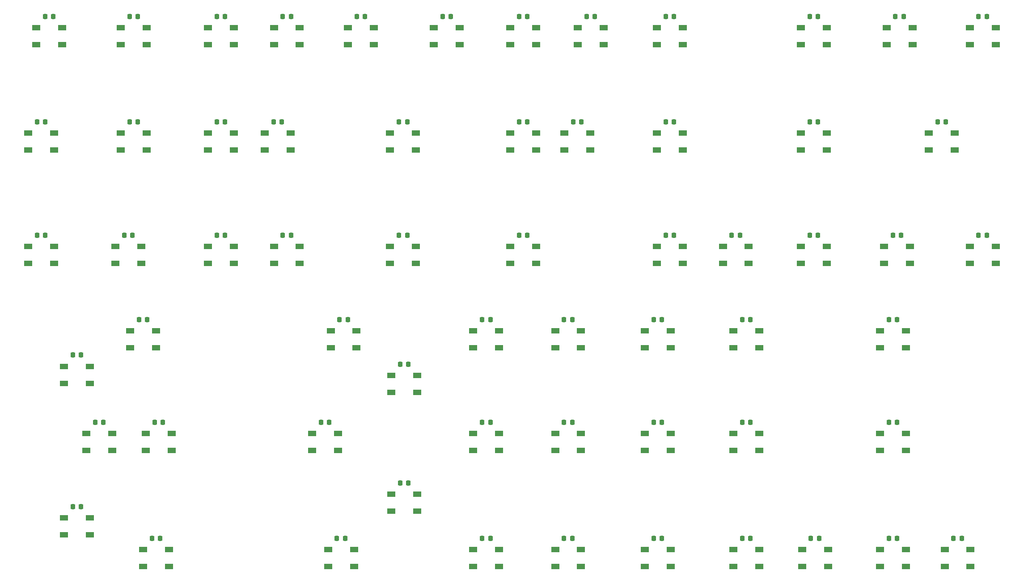
<source format=gtp>
G04 #@! TF.GenerationSoftware,KiCad,Pcbnew,(6.0.6)*
G04 #@! TF.CreationDate,2023-02-02T00:20:53-07:00*
G04 #@! TF.ProjectId,Netflix and Chill LEDs,4e657466-6c69-4782-9061-6e6420436869,1*
G04 #@! TF.SameCoordinates,Original*
G04 #@! TF.FileFunction,Paste,Top*
G04 #@! TF.FilePolarity,Positive*
%FSLAX46Y46*%
G04 Gerber Fmt 4.6, Leading zero omitted, Abs format (unit mm)*
G04 Created by KiCad (PCBNEW (6.0.6)) date 2023-02-02 00:20:53*
%MOMM*%
%LPD*%
G01*
G04 APERTURE LIST*
G04 Aperture macros list*
%AMRoundRect*
0 Rectangle with rounded corners*
0 $1 Rounding radius*
0 $2 $3 $4 $5 $6 $7 $8 $9 X,Y pos of 4 corners*
0 Add a 4 corners polygon primitive as box body*
4,1,4,$2,$3,$4,$5,$6,$7,$8,$9,$2,$3,0*
0 Add four circle primitives for the rounded corners*
1,1,$1+$1,$2,$3*
1,1,$1+$1,$4,$5*
1,1,$1+$1,$6,$7*
1,1,$1+$1,$8,$9*
0 Add four rect primitives between the rounded corners*
20,1,$1+$1,$2,$3,$4,$5,0*
20,1,$1+$1,$4,$5,$6,$7,0*
20,1,$1+$1,$6,$7,$8,$9,0*
20,1,$1+$1,$8,$9,$2,$3,0*%
G04 Aperture macros list end*
%ADD10R,1.500000X1.000000*%
%ADD11RoundRect,0.225000X0.225000X0.250000X-0.225000X0.250000X-0.225000X-0.250000X0.225000X-0.250000X0*%
G04 APERTURE END LIST*
D10*
X80300000Y-117900000D03*
X80300000Y-121100000D03*
X85200000Y-121100000D03*
X85200000Y-117900000D03*
D11*
X130025000Y-127250000D03*
X128475000Y-127250000D03*
X83525000Y-115750000D03*
X81975000Y-115750000D03*
X231775000Y-58750000D03*
X230225000Y-58750000D03*
D10*
X149300000Y-82400000D03*
X149300000Y-85600000D03*
X154200000Y-85600000D03*
X154200000Y-82400000D03*
X104550000Y-82400000D03*
X104550000Y-85600000D03*
X109450000Y-85600000D03*
X109450000Y-82400000D03*
X64800000Y-133900000D03*
X64800000Y-137100000D03*
X69700000Y-137100000D03*
X69700000Y-133900000D03*
D11*
X106025000Y-58750000D03*
X104475000Y-58750000D03*
D10*
X177050000Y-40900000D03*
X177050000Y-44100000D03*
X181950000Y-44100000D03*
X181950000Y-40900000D03*
D11*
X95275000Y-58750000D03*
X93725000Y-58750000D03*
X83025000Y-137750000D03*
X81475000Y-137750000D03*
D10*
X126800000Y-106900000D03*
X126800000Y-110100000D03*
X131700000Y-110100000D03*
X131700000Y-106900000D03*
X75550000Y-60900000D03*
X75550000Y-64100000D03*
X80450000Y-64100000D03*
X80450000Y-60900000D03*
D11*
X178025000Y-96250000D03*
X176475000Y-96250000D03*
D10*
X149300000Y-40900000D03*
X149300000Y-44100000D03*
X154200000Y-44100000D03*
X154200000Y-40900000D03*
D11*
X178025000Y-115750000D03*
X176475000Y-115750000D03*
D10*
X58050000Y-60900000D03*
X58050000Y-64100000D03*
X62950000Y-64100000D03*
X62950000Y-60900000D03*
X142300000Y-139900000D03*
X142300000Y-143100000D03*
X147200000Y-143100000D03*
X147200000Y-139900000D03*
X102800000Y-60900000D03*
X102800000Y-64100000D03*
X107700000Y-64100000D03*
X107700000Y-60900000D03*
X204300000Y-82400000D03*
X204300000Y-85600000D03*
X209200000Y-85600000D03*
X209200000Y-82400000D03*
D11*
X95275000Y-38750000D03*
X93725000Y-38750000D03*
D10*
X58050000Y-82400000D03*
X58050000Y-85600000D03*
X62950000Y-85600000D03*
X62950000Y-82400000D03*
D11*
X129775000Y-80250000D03*
X128225000Y-80250000D03*
X107775000Y-38750000D03*
X106225000Y-38750000D03*
X152525000Y-58750000D03*
X150975000Y-58750000D03*
X161025000Y-137750000D03*
X159475000Y-137750000D03*
X223775000Y-38750000D03*
X222225000Y-38750000D03*
X223275000Y-80250000D03*
X221725000Y-80250000D03*
D10*
X75550000Y-40900000D03*
X75550000Y-44100000D03*
X80450000Y-44100000D03*
X80450000Y-40900000D03*
X126800000Y-129400000D03*
X126800000Y-132600000D03*
X131700000Y-132600000D03*
X131700000Y-129400000D03*
D11*
X130025000Y-104750000D03*
X128475000Y-104750000D03*
X138025000Y-38750000D03*
X136475000Y-38750000D03*
D10*
X149300000Y-60900000D03*
X149300000Y-64100000D03*
X154200000Y-64100000D03*
X154200000Y-60900000D03*
X111800000Y-117900000D03*
X111800000Y-121100000D03*
X116700000Y-121100000D03*
X116700000Y-117900000D03*
X231550000Y-139900000D03*
X231550000Y-143100000D03*
X236450000Y-143100000D03*
X236450000Y-139900000D03*
X74550000Y-82400000D03*
X74550000Y-85600000D03*
X79450000Y-85600000D03*
X79450000Y-82400000D03*
X219300000Y-117900000D03*
X219300000Y-121100000D03*
X224200000Y-121100000D03*
X224200000Y-117900000D03*
D11*
X180275000Y-58750000D03*
X178725000Y-58750000D03*
D10*
X115300000Y-98400000D03*
X115300000Y-101600000D03*
X120200000Y-101600000D03*
X120200000Y-98400000D03*
X134800000Y-40900000D03*
X134800000Y-44100000D03*
X139700000Y-44100000D03*
X139700000Y-40900000D03*
D11*
X68025000Y-131750000D03*
X66475000Y-131750000D03*
X145525000Y-137750000D03*
X143975000Y-137750000D03*
D10*
X174800000Y-117900000D03*
X174800000Y-121100000D03*
X179700000Y-121100000D03*
X179700000Y-117900000D03*
D11*
X161025000Y-96250000D03*
X159475000Y-96250000D03*
X77775000Y-80250000D03*
X76225000Y-80250000D03*
X207525000Y-58750000D03*
X205975000Y-58750000D03*
D10*
X189550000Y-82400000D03*
X189550000Y-85600000D03*
X194450000Y-85600000D03*
X194450000Y-82400000D03*
D11*
X72275000Y-115750000D03*
X70725000Y-115750000D03*
X207775000Y-137750000D03*
X206225000Y-137750000D03*
D10*
X157800000Y-139900000D03*
X157800000Y-143100000D03*
X162700000Y-143100000D03*
X162700000Y-139900000D03*
D11*
X145525000Y-96250000D03*
X143975000Y-96250000D03*
D10*
X236300000Y-40900000D03*
X236300000Y-44100000D03*
X241200000Y-44100000D03*
X241200000Y-40900000D03*
X114800000Y-139900000D03*
X114800000Y-143100000D03*
X119700000Y-143100000D03*
X119700000Y-139900000D03*
X59550000Y-40900000D03*
X59550000Y-44100000D03*
X64450000Y-44100000D03*
X64450000Y-40900000D03*
D11*
X62775000Y-38750000D03*
X61225000Y-38750000D03*
X118525000Y-96250000D03*
X116975000Y-96250000D03*
X107775000Y-80250000D03*
X106225000Y-80250000D03*
D10*
X142300000Y-117900000D03*
X142300000Y-121100000D03*
X147200000Y-121100000D03*
X147200000Y-117900000D03*
X219300000Y-98400000D03*
X219300000Y-101600000D03*
X224200000Y-101600000D03*
X224200000Y-98400000D03*
X191550000Y-98400000D03*
X191550000Y-101600000D03*
X196450000Y-101600000D03*
X196450000Y-98400000D03*
D11*
X222525000Y-96250000D03*
X220975000Y-96250000D03*
D10*
X69050000Y-117900000D03*
X69050000Y-121100000D03*
X73950000Y-121100000D03*
X73950000Y-117900000D03*
D11*
X68025000Y-103000000D03*
X66475000Y-103000000D03*
D10*
X126550000Y-60900000D03*
X126550000Y-64100000D03*
X131450000Y-64100000D03*
X131450000Y-60900000D03*
X157800000Y-117900000D03*
X157800000Y-121100000D03*
X162700000Y-121100000D03*
X162700000Y-117900000D03*
D11*
X161025000Y-115750000D03*
X159475000Y-115750000D03*
D10*
X92050000Y-40900000D03*
X92050000Y-44100000D03*
X96950000Y-44100000D03*
X96950000Y-40900000D03*
D11*
X207525000Y-80250000D03*
X205975000Y-80250000D03*
X129775000Y-58750000D03*
X128225000Y-58750000D03*
D10*
X77300000Y-98400000D03*
X77300000Y-101600000D03*
X82200000Y-101600000D03*
X82200000Y-98400000D03*
X204300000Y-60900000D03*
X204300000Y-64100000D03*
X209200000Y-64100000D03*
X209200000Y-60900000D03*
D11*
X115025000Y-115750000D03*
X113475000Y-115750000D03*
X152525000Y-80250000D03*
X150975000Y-80250000D03*
D10*
X177050000Y-60900000D03*
X177050000Y-64100000D03*
X181950000Y-64100000D03*
X181950000Y-60900000D03*
D11*
X178025000Y-137750000D03*
X176475000Y-137750000D03*
X78775000Y-38750000D03*
X77225000Y-38750000D03*
D10*
X104550000Y-40900000D03*
X104550000Y-44100000D03*
X109450000Y-44100000D03*
X109450000Y-40900000D03*
D11*
X234775000Y-137750000D03*
X233225000Y-137750000D03*
D10*
X118550000Y-40900000D03*
X118550000Y-44100000D03*
X123450000Y-44100000D03*
X123450000Y-40900000D03*
D11*
X194775000Y-96250000D03*
X193225000Y-96250000D03*
D10*
X92050000Y-60900000D03*
X92050000Y-64100000D03*
X96950000Y-64100000D03*
X96950000Y-60900000D03*
D11*
X207525000Y-38750000D03*
X205975000Y-38750000D03*
X222525000Y-115750000D03*
X220975000Y-115750000D03*
X152525000Y-38750000D03*
X150975000Y-38750000D03*
D10*
X228550000Y-60900000D03*
X228550000Y-64100000D03*
X233450000Y-64100000D03*
X233450000Y-60900000D03*
D11*
X95275000Y-80250000D03*
X93725000Y-80250000D03*
X121775000Y-38750000D03*
X120225000Y-38750000D03*
X118025000Y-137750000D03*
X116475000Y-137750000D03*
X165275000Y-38750000D03*
X163725000Y-38750000D03*
D10*
X126550000Y-82400000D03*
X126550000Y-85600000D03*
X131450000Y-85600000D03*
X131450000Y-82400000D03*
X191550000Y-117900000D03*
X191550000Y-121100000D03*
X196450000Y-121100000D03*
X196450000Y-117900000D03*
D11*
X78775000Y-58750000D03*
X77225000Y-58750000D03*
D10*
X162050000Y-40900000D03*
X162050000Y-44100000D03*
X166950000Y-44100000D03*
X166950000Y-40900000D03*
D11*
X194775000Y-115750000D03*
X193225000Y-115750000D03*
X194775000Y-137750000D03*
X193225000Y-137750000D03*
D10*
X204550000Y-139900000D03*
X204550000Y-143100000D03*
X209450000Y-143100000D03*
X209450000Y-139900000D03*
D11*
X162775000Y-58750000D03*
X161225000Y-58750000D03*
X61275000Y-58750000D03*
X59725000Y-58750000D03*
D10*
X157800000Y-98400000D03*
X157800000Y-101600000D03*
X162700000Y-101600000D03*
X162700000Y-98400000D03*
X219300000Y-139900000D03*
X219300000Y-143100000D03*
X224200000Y-143100000D03*
X224200000Y-139900000D03*
X177050000Y-82400000D03*
X177050000Y-85600000D03*
X181950000Y-85600000D03*
X181950000Y-82400000D03*
X191550000Y-139900000D03*
X191550000Y-143100000D03*
X196450000Y-143100000D03*
X196450000Y-139900000D03*
D11*
X180275000Y-80250000D03*
X178725000Y-80250000D03*
D10*
X220050000Y-82400000D03*
X220050000Y-85600000D03*
X224950000Y-85600000D03*
X224950000Y-82400000D03*
D11*
X61275000Y-80250000D03*
X59725000Y-80250000D03*
D10*
X159550000Y-60900000D03*
X159550000Y-64100000D03*
X164450000Y-64100000D03*
X164450000Y-60900000D03*
X236300000Y-82400000D03*
X236300000Y-85600000D03*
X241200000Y-85600000D03*
X241200000Y-82400000D03*
X142300000Y-98400000D03*
X142300000Y-101600000D03*
X147200000Y-101600000D03*
X147200000Y-98400000D03*
D11*
X80525000Y-96250000D03*
X78975000Y-96250000D03*
X239525000Y-80250000D03*
X237975000Y-80250000D03*
D10*
X64800000Y-105150000D03*
X64800000Y-108350000D03*
X69700000Y-108350000D03*
X69700000Y-105150000D03*
D11*
X222525000Y-137750000D03*
X220975000Y-137750000D03*
D10*
X204300000Y-40900000D03*
X204300000Y-44100000D03*
X209200000Y-44100000D03*
X209200000Y-40900000D03*
X174800000Y-139900000D03*
X174800000Y-143100000D03*
X179700000Y-143100000D03*
X179700000Y-139900000D03*
D11*
X145525000Y-115750000D03*
X143975000Y-115750000D03*
D10*
X79800000Y-139900000D03*
X79800000Y-143100000D03*
X84700000Y-143100000D03*
X84700000Y-139900000D03*
D11*
X192775000Y-80250000D03*
X191225000Y-80250000D03*
X239525000Y-38750000D03*
X237975000Y-38750000D03*
D10*
X220550000Y-40900000D03*
X220550000Y-44100000D03*
X225450000Y-44100000D03*
X225450000Y-40900000D03*
X174800000Y-98400000D03*
X174800000Y-101600000D03*
X179700000Y-101600000D03*
X179700000Y-98400000D03*
D11*
X180275000Y-38750000D03*
X178725000Y-38750000D03*
D10*
X92050000Y-82400000D03*
X92050000Y-85600000D03*
X96950000Y-85600000D03*
X96950000Y-82400000D03*
M02*

</source>
